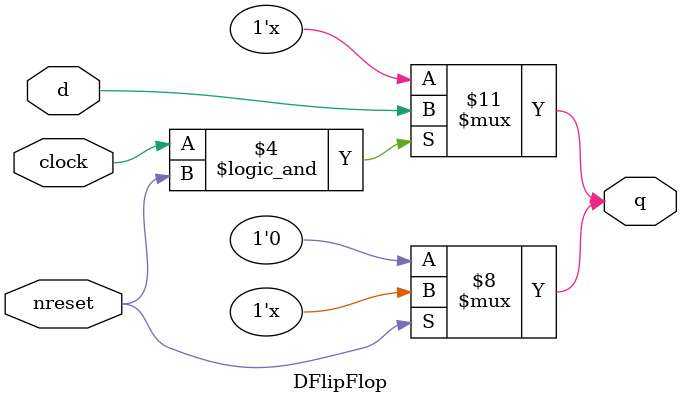
<source format=v>
`timescale 1ns / 1ps


module DFlipFlop(q,clock,nreset,d);

output q;
input clock,nreset,d;
reg q;

always @(clock)
begin
    if(clock == 1 && nreset == 1)
        q = d;
end

always @(nreset)
begin
    if(nreset == 0)
        q = 0;
end

endmodule


</source>
